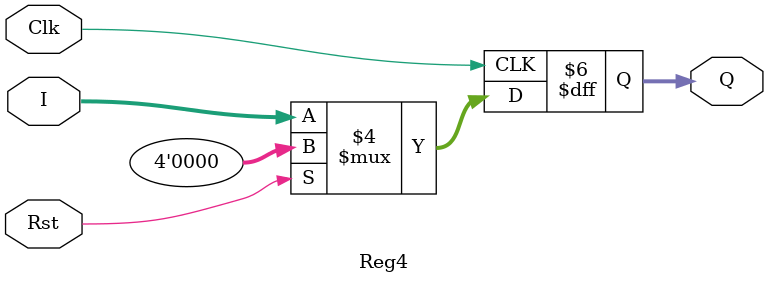
<source format=v>
`timescale 1ns/1ns

module Reg4(I, Q, Clk, Rst);

    input [3:0] I;
    output [3:0] Q;
    reg [3:0] Q;
    input Clk, Rst;

    always @(posedge Clk) begin
        if (Rst == 1)
            Q <= 4'b0000;
        else
            Q <= I;
        
    end

endmodule
</source>
